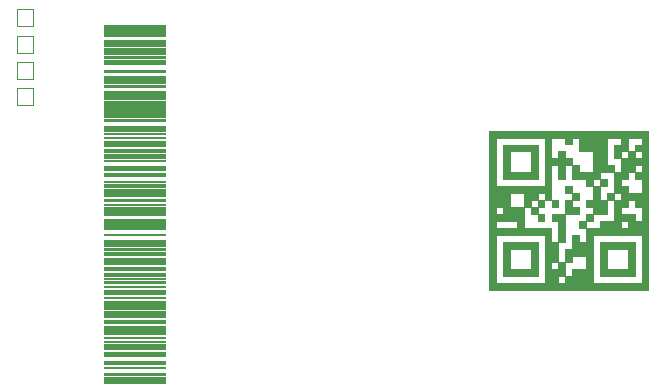
<source format=gbr>
G04 #@! TF.GenerationSoftware,KiCad,Pcbnew,5.1.10-88a1d61d58~88~ubuntu20.04.1*
G04 #@! TF.CreationDate,2021-05-27T22:44:10+02:00*
G04 #@! TF.ProjectId,PSLab,50534c61-622e-46b6-9963-61645f706362,v6.1*
G04 #@! TF.SameCoordinates,Original*
G04 #@! TF.FileFunction,Legend,Bot*
G04 #@! TF.FilePolarity,Positive*
%FSLAX46Y46*%
G04 Gerber Fmt 4.6, Leading zero omitted, Abs format (unit mm)*
G04 Created by KiCad (PCBNEW 5.1.10-88a1d61d58~88~ubuntu20.04.1) date 2021-05-27 22:44:10*
%MOMM*%
%LPD*%
G01*
G04 APERTURE LIST*
%ADD10C,0.120000*%
%ADD11C,0.010000*%
G04 APERTURE END LIST*
D10*
X97750000Y-75300000D02*
X97750000Y-76700000D01*
X99150000Y-75300000D02*
X97750000Y-75300000D01*
X99150000Y-76700000D02*
X99150000Y-75300000D01*
X97750000Y-76700000D02*
X99150000Y-76700000D01*
X97740000Y-77520000D02*
X97740000Y-78920000D01*
X99140000Y-77520000D02*
X97740000Y-77520000D01*
X99140000Y-78920000D02*
X99140000Y-77520000D01*
X97740000Y-78920000D02*
X99140000Y-78920000D01*
X97752600Y-70826200D02*
X97752600Y-72226200D01*
X99152600Y-70826200D02*
X97752600Y-70826200D01*
X99152600Y-72226200D02*
X99152600Y-70826200D01*
X97752600Y-72226200D02*
X99152600Y-72226200D01*
X97750000Y-73080000D02*
X97750000Y-74480000D01*
X99150000Y-73080000D02*
X97750000Y-73080000D01*
X99150000Y-74480000D02*
X99150000Y-73080000D01*
X97750000Y-74480000D02*
X99150000Y-74480000D01*
D11*
G36*
X150080529Y-90494588D02*
G01*
X147144588Y-90494588D01*
X147144588Y-92847824D01*
X147727294Y-92847824D01*
X147727294Y-91967539D01*
X147727335Y-91854080D01*
X147727456Y-91744790D01*
X147727651Y-91640595D01*
X147727915Y-91542426D01*
X147728243Y-91451210D01*
X147728630Y-91367875D01*
X147729069Y-91293350D01*
X147729557Y-91228563D01*
X147730087Y-91174443D01*
X147730656Y-91131918D01*
X147731256Y-91101916D01*
X147731884Y-91085365D01*
X147732274Y-91082275D01*
X147740242Y-91081633D01*
X147762223Y-91081015D01*
X147797288Y-91080427D01*
X147844509Y-91079873D01*
X147902958Y-91079359D01*
X147971707Y-91078889D01*
X148049826Y-91078470D01*
X148136389Y-91078106D01*
X148230466Y-91077803D01*
X148331128Y-91077566D01*
X148437449Y-91077400D01*
X148548499Y-91077309D01*
X148617539Y-91077294D01*
X149497823Y-91077294D01*
X149497823Y-92847824D01*
X147727294Y-92847824D01*
X147144588Y-92847824D01*
X147144588Y-93430529D01*
X150080529Y-93430529D01*
X150080529Y-90494588D01*
G37*
X150080529Y-90494588D02*
X147144588Y-90494588D01*
X147144588Y-92847824D01*
X147727294Y-92847824D01*
X147727294Y-91967539D01*
X147727335Y-91854080D01*
X147727456Y-91744790D01*
X147727651Y-91640595D01*
X147727915Y-91542426D01*
X147728243Y-91451210D01*
X147728630Y-91367875D01*
X147729069Y-91293350D01*
X147729557Y-91228563D01*
X147730087Y-91174443D01*
X147730656Y-91131918D01*
X147731256Y-91101916D01*
X147731884Y-91085365D01*
X147732274Y-91082275D01*
X147740242Y-91081633D01*
X147762223Y-91081015D01*
X147797288Y-91080427D01*
X147844509Y-91079873D01*
X147902958Y-91079359D01*
X147971707Y-91078889D01*
X148049826Y-91078470D01*
X148136389Y-91078106D01*
X148230466Y-91077803D01*
X148331128Y-91077566D01*
X148437449Y-91077400D01*
X148548499Y-91077309D01*
X148617539Y-91077294D01*
X149497823Y-91077294D01*
X149497823Y-92847824D01*
X147727294Y-92847824D01*
X147144588Y-92847824D01*
X147144588Y-93430529D01*
X150080529Y-93430529D01*
X150080529Y-90494588D01*
G36*
X141855412Y-90494588D02*
G01*
X138919471Y-90494588D01*
X138919471Y-92847824D01*
X139502176Y-92847824D01*
X139502176Y-91077233D01*
X140385573Y-91079131D01*
X141268971Y-91081029D01*
X141270869Y-91964427D01*
X141272767Y-92847824D01*
X139502176Y-92847824D01*
X138919471Y-92847824D01*
X138919471Y-93430529D01*
X141855412Y-93430529D01*
X141855412Y-90494588D01*
G37*
X141855412Y-90494588D02*
X138919471Y-90494588D01*
X138919471Y-92847824D01*
X139502176Y-92847824D01*
X139502176Y-91077233D01*
X140385573Y-91079131D01*
X141268971Y-91081029D01*
X141270869Y-91964427D01*
X141272767Y-92847824D01*
X139502176Y-92847824D01*
X138919471Y-92847824D01*
X138919471Y-93430529D01*
X141855412Y-93430529D01*
X141855412Y-90494588D01*
G36*
X145964235Y-88731529D02*
G01*
X145381529Y-88731529D01*
X145381529Y-89314235D01*
X145964235Y-89314235D01*
X145964235Y-88731529D01*
G37*
X145964235Y-88731529D02*
X145381529Y-88731529D01*
X145381529Y-89314235D01*
X145964235Y-89314235D01*
X145964235Y-88731529D01*
G36*
X146554412Y-88148824D02*
G01*
X145971706Y-88148824D01*
X145971706Y-88731529D01*
X146554412Y-88731529D01*
X146554412Y-88148824D01*
G37*
X146554412Y-88148824D02*
X145971706Y-88148824D01*
X145971706Y-88731529D01*
X146554412Y-88731529D01*
X146554412Y-88148824D01*
G36*
X144201176Y-88148824D02*
G01*
X143035765Y-88148824D01*
X143035765Y-88731529D01*
X143618471Y-88731529D01*
X143618471Y-90494588D01*
X144201176Y-90494588D01*
X144201176Y-88148824D01*
G37*
X144201176Y-88148824D02*
X143035765Y-88148824D01*
X143035765Y-88731529D01*
X143618471Y-88731529D01*
X143618471Y-90494588D01*
X144201176Y-90494588D01*
X144201176Y-88148824D01*
G36*
X142438118Y-88148824D02*
G01*
X141855412Y-88148824D01*
X141855412Y-88731529D01*
X142438118Y-88731529D01*
X142438118Y-88148824D01*
G37*
X142438118Y-88148824D02*
X141855412Y-88148824D01*
X141855412Y-88731529D01*
X142438118Y-88731529D01*
X142438118Y-88148824D01*
G36*
X141855412Y-87558647D02*
G01*
X141272706Y-87558647D01*
X141272706Y-88141353D01*
X141855412Y-88141353D01*
X141855412Y-87558647D01*
G37*
X141855412Y-87558647D02*
X141272706Y-87558647D01*
X141272706Y-88141353D01*
X141855412Y-88141353D01*
X141855412Y-87558647D01*
G36*
X145381529Y-87558647D02*
G01*
X144791353Y-87558647D01*
X144791353Y-86968471D01*
X144208647Y-86968471D01*
X144208647Y-88141353D01*
X145381529Y-88141353D01*
X145381529Y-87558647D01*
G37*
X145381529Y-87558647D02*
X144791353Y-87558647D01*
X144791353Y-86968471D01*
X144208647Y-86968471D01*
X144208647Y-88141353D01*
X145381529Y-88141353D01*
X145381529Y-87558647D01*
G36*
X143618471Y-86968471D02*
G01*
X143035765Y-86968471D01*
X143035765Y-87551177D01*
X143618471Y-87551177D01*
X143618471Y-86968471D01*
G37*
X143618471Y-86968471D02*
X143035765Y-86968471D01*
X143035765Y-87551177D01*
X143618471Y-87551177D01*
X143618471Y-86968471D01*
G36*
X142438118Y-86968471D02*
G01*
X141855412Y-86968471D01*
X141855412Y-87551177D01*
X142438118Y-87551177D01*
X142438118Y-86968471D01*
G37*
X142438118Y-86968471D02*
X141855412Y-86968471D01*
X141855412Y-87551177D01*
X142438118Y-87551177D01*
X142438118Y-86968471D01*
G36*
X148317471Y-86385765D02*
G01*
X147734765Y-86385765D01*
X147734765Y-86968471D01*
X148317471Y-86968471D01*
X148317471Y-86385765D01*
G37*
X148317471Y-86385765D02*
X147734765Y-86385765D01*
X147734765Y-86968471D01*
X148317471Y-86968471D01*
X148317471Y-86385765D01*
G36*
X145381529Y-86385765D02*
G01*
X144798823Y-86385765D01*
X144798823Y-86968471D01*
X145381529Y-86968471D01*
X145381529Y-86385765D01*
G37*
X145381529Y-86385765D02*
X144798823Y-86385765D01*
X144798823Y-86968471D01*
X145381529Y-86968471D01*
X145381529Y-86385765D01*
G36*
X147727294Y-86968471D02*
G01*
X147144588Y-86968471D01*
X147144588Y-85795588D01*
X146561882Y-85795588D01*
X146561882Y-86968471D01*
X145971706Y-86968471D01*
X145971706Y-87551003D01*
X146264926Y-87552957D01*
X146558147Y-87554912D01*
X146560101Y-87848132D01*
X146562056Y-88141353D01*
X147727294Y-88141353D01*
X147727294Y-86968471D01*
G37*
X147727294Y-86968471D02*
X147144588Y-86968471D01*
X147144588Y-85795588D01*
X146561882Y-85795588D01*
X146561882Y-86968471D01*
X145971706Y-86968471D01*
X145971706Y-87551003D01*
X146264926Y-87552957D01*
X146558147Y-87554912D01*
X146560101Y-87848132D01*
X146562056Y-88141353D01*
X147727294Y-88141353D01*
X147727294Y-86968471D01*
G36*
X144791353Y-85795588D02*
G01*
X144208647Y-85795588D01*
X144208647Y-86378294D01*
X144791353Y-86378294D01*
X144791353Y-85795588D01*
G37*
X144791353Y-85795588D02*
X144208647Y-85795588D01*
X144208647Y-86378294D01*
X144791353Y-86378294D01*
X144791353Y-85795588D01*
G36*
X147727294Y-85205412D02*
G01*
X147144588Y-85205412D01*
X147144588Y-85788118D01*
X147727294Y-85788118D01*
X147727294Y-85205412D01*
G37*
X147727294Y-85205412D02*
X147144588Y-85205412D01*
X147144588Y-85788118D01*
X147727294Y-85788118D01*
X147727294Y-85205412D01*
G36*
X141855412Y-82269471D02*
G01*
X138919471Y-82269471D01*
X138919471Y-82852177D01*
X139502176Y-82852177D01*
X141272767Y-82852177D01*
X141268971Y-84618971D01*
X140385573Y-84620869D01*
X139502176Y-84622767D01*
X139502176Y-82852177D01*
X138919471Y-82852177D01*
X138919471Y-85205412D01*
X141855412Y-85205412D01*
X141855412Y-82269471D01*
G37*
X141855412Y-82269471D02*
X138919471Y-82269471D01*
X138919471Y-82852177D01*
X139502176Y-82852177D01*
X141272767Y-82852177D01*
X141268971Y-84618971D01*
X140385573Y-84620869D01*
X139502176Y-84622767D01*
X139502176Y-82852177D01*
X138919471Y-82852177D01*
X138919471Y-85205412D01*
X141855412Y-85205412D01*
X141855412Y-82269471D01*
G36*
X151223529Y-81126471D02*
G01*
X137776471Y-81126471D01*
X137776471Y-85795588D01*
X138329294Y-85795588D01*
X138329294Y-81679294D01*
X142445588Y-81679294D01*
X142445588Y-85795588D01*
X138329294Y-85795588D01*
X137776471Y-85795588D01*
X137776471Y-88148824D01*
X138329294Y-88148824D01*
X138329294Y-87551177D01*
X138919471Y-87551177D01*
X138919471Y-87558647D01*
X139502176Y-87558647D01*
X139502176Y-86378294D01*
X140682529Y-86378294D01*
X140682529Y-87551177D01*
X141265235Y-87551177D01*
X141265235Y-86968471D01*
X141855412Y-86968471D01*
X141855412Y-86378294D01*
X142445588Y-86378294D01*
X142445588Y-86968471D01*
X143028294Y-86968471D01*
X143028294Y-84025059D01*
X143618471Y-84025059D01*
X143618471Y-85205412D01*
X144201086Y-85205412D01*
X144204912Y-84028794D01*
X144498132Y-84026840D01*
X144791353Y-84024885D01*
X144791353Y-83442353D01*
X144201176Y-83442353D01*
X144201176Y-82859647D01*
X143618471Y-82859647D01*
X143618471Y-83442353D01*
X143028294Y-83442353D01*
X143028294Y-81679294D01*
X144208647Y-81679294D01*
X144208647Y-82262000D01*
X144791353Y-82262000D01*
X144791353Y-81679294D01*
X145381529Y-81679294D01*
X145381529Y-82852177D01*
X146561943Y-82852177D01*
X146558147Y-84618971D01*
X145969838Y-84620884D01*
X145381529Y-84622796D01*
X145381529Y-84032529D01*
X144798823Y-84032529D01*
X144798823Y-85205412D01*
X145971706Y-85205412D01*
X145971706Y-85788118D01*
X146554412Y-85788118D01*
X146554412Y-85205412D01*
X147144588Y-85205412D01*
X147144588Y-84615235D01*
X148317471Y-84615235D01*
X148317471Y-84032529D01*
X147727294Y-84032529D01*
X147727294Y-81679294D01*
X148907647Y-81679294D01*
X148907647Y-82269471D01*
X148324941Y-82269471D01*
X148324941Y-83442353D01*
X148907647Y-83442353D01*
X148907647Y-82852177D01*
X149490353Y-82852177D01*
X149490353Y-81679294D01*
X150670706Y-81679294D01*
X150670706Y-82269471D01*
X150088000Y-82269471D01*
X150088000Y-82852177D01*
X150670706Y-82852177D01*
X150670706Y-83442353D01*
X150080529Y-83442353D01*
X150080529Y-82859647D01*
X149497823Y-82859647D01*
X149497823Y-83442353D01*
X148907647Y-83442353D01*
X148907647Y-84622706D01*
X148324941Y-84622706D01*
X148324941Y-85795588D01*
X148907647Y-85795588D01*
X148907647Y-85205412D01*
X149490353Y-85205412D01*
X149490353Y-84615235D01*
X150080529Y-84615235D01*
X150080529Y-84025059D01*
X150670706Y-84025059D01*
X150670706Y-84622706D01*
X150088000Y-84622706D01*
X150088000Y-85205412D01*
X150670706Y-85205412D01*
X150670706Y-86385855D01*
X149494088Y-86382029D01*
X149492134Y-86088809D01*
X149490179Y-85795588D01*
X148907647Y-85795588D01*
X148324941Y-85795588D01*
X148324941Y-86378294D01*
X148907647Y-86378294D01*
X148907647Y-86968471D01*
X148324941Y-86968471D01*
X148324941Y-88148824D01*
X148907647Y-88148824D01*
X148907647Y-87551177D01*
X149490353Y-87551177D01*
X149490353Y-86968471D01*
X150088000Y-86968471D01*
X150088000Y-87551177D01*
X150670706Y-87551177D01*
X150670706Y-88731529D01*
X150080529Y-88731529D01*
X150080529Y-88148824D01*
X148907647Y-88148824D01*
X148324941Y-88148824D01*
X148324941Y-88731529D01*
X147144588Y-88731529D01*
X147144588Y-89321706D01*
X148907647Y-89321706D01*
X148907647Y-88731529D01*
X149497823Y-88731529D01*
X149497823Y-89321706D01*
X148907647Y-89321706D01*
X147144588Y-89321706D01*
X145971706Y-89321706D01*
X145971706Y-90494588D01*
X145381529Y-90494588D01*
X145381529Y-89911882D01*
X144798823Y-89911882D01*
X144798823Y-91084765D01*
X144208647Y-91084765D01*
X144208647Y-92257647D01*
X144791353Y-92257647D01*
X144791353Y-91667471D01*
X145971706Y-91667471D01*
X145971706Y-92847824D01*
X144798997Y-92847824D01*
X144797043Y-93141044D01*
X144795088Y-93434265D01*
X144501868Y-93436219D01*
X144208647Y-93438174D01*
X144208647Y-94020706D01*
X146554412Y-94020706D01*
X146554412Y-89904412D01*
X150670706Y-89904412D01*
X150670706Y-94020706D01*
X146554412Y-94020706D01*
X144208647Y-94020706D01*
X143618471Y-94020706D01*
X143618471Y-93430529D01*
X144201176Y-93430529D01*
X144201176Y-92257647D01*
X143618471Y-92257647D01*
X143618471Y-90494588D01*
X143028294Y-90494588D01*
X143028294Y-89321706D01*
X140675059Y-89321706D01*
X140675059Y-87558647D01*
X139502176Y-87558647D01*
X138919471Y-87558647D01*
X138919471Y-88148824D01*
X138329294Y-88148824D01*
X137776471Y-88148824D01*
X137776471Y-89321706D01*
X138329294Y-89321706D01*
X138329294Y-88731529D01*
X140092353Y-88731529D01*
X140092353Y-89321706D01*
X138329294Y-89321706D01*
X137776471Y-89321706D01*
X137776471Y-94020706D01*
X138329294Y-94020706D01*
X138329294Y-89904412D01*
X142445588Y-89904412D01*
X142445588Y-92847824D01*
X143028294Y-92847824D01*
X143028294Y-92257647D01*
X143618471Y-92257647D01*
X143618471Y-92847824D01*
X143028294Y-92847824D01*
X142445588Y-92847824D01*
X142445588Y-94020706D01*
X138329294Y-94020706D01*
X137776471Y-94020706D01*
X137776471Y-94573529D01*
X151223529Y-94573529D01*
X151223529Y-81126471D01*
G37*
X151223529Y-81126471D02*
X137776471Y-81126471D01*
X137776471Y-85795588D01*
X138329294Y-85795588D01*
X138329294Y-81679294D01*
X142445588Y-81679294D01*
X142445588Y-85795588D01*
X138329294Y-85795588D01*
X137776471Y-85795588D01*
X137776471Y-88148824D01*
X138329294Y-88148824D01*
X138329294Y-87551177D01*
X138919471Y-87551177D01*
X138919471Y-87558647D01*
X139502176Y-87558647D01*
X139502176Y-86378294D01*
X140682529Y-86378294D01*
X140682529Y-87551177D01*
X141265235Y-87551177D01*
X141265235Y-86968471D01*
X141855412Y-86968471D01*
X141855412Y-86378294D01*
X142445588Y-86378294D01*
X142445588Y-86968471D01*
X143028294Y-86968471D01*
X143028294Y-84025059D01*
X143618471Y-84025059D01*
X143618471Y-85205412D01*
X144201086Y-85205412D01*
X144204912Y-84028794D01*
X144498132Y-84026840D01*
X144791353Y-84024885D01*
X144791353Y-83442353D01*
X144201176Y-83442353D01*
X144201176Y-82859647D01*
X143618471Y-82859647D01*
X143618471Y-83442353D01*
X143028294Y-83442353D01*
X143028294Y-81679294D01*
X144208647Y-81679294D01*
X144208647Y-82262000D01*
X144791353Y-82262000D01*
X144791353Y-81679294D01*
X145381529Y-81679294D01*
X145381529Y-82852177D01*
X146561943Y-82852177D01*
X146558147Y-84618971D01*
X145969838Y-84620884D01*
X145381529Y-84622796D01*
X145381529Y-84032529D01*
X144798823Y-84032529D01*
X144798823Y-85205412D01*
X145971706Y-85205412D01*
X145971706Y-85788118D01*
X146554412Y-85788118D01*
X146554412Y-85205412D01*
X147144588Y-85205412D01*
X147144588Y-84615235D01*
X148317471Y-84615235D01*
X148317471Y-84032529D01*
X147727294Y-84032529D01*
X147727294Y-81679294D01*
X148907647Y-81679294D01*
X148907647Y-82269471D01*
X148324941Y-82269471D01*
X148324941Y-83442353D01*
X148907647Y-83442353D01*
X148907647Y-82852177D01*
X149490353Y-82852177D01*
X149490353Y-81679294D01*
X150670706Y-81679294D01*
X150670706Y-82269471D01*
X150088000Y-82269471D01*
X150088000Y-82852177D01*
X150670706Y-82852177D01*
X150670706Y-83442353D01*
X150080529Y-83442353D01*
X150080529Y-82859647D01*
X149497823Y-82859647D01*
X149497823Y-83442353D01*
X148907647Y-83442353D01*
X148907647Y-84622706D01*
X148324941Y-84622706D01*
X148324941Y-85795588D01*
X148907647Y-85795588D01*
X148907647Y-85205412D01*
X149490353Y-85205412D01*
X149490353Y-84615235D01*
X150080529Y-84615235D01*
X150080529Y-84025059D01*
X150670706Y-84025059D01*
X150670706Y-84622706D01*
X150088000Y-84622706D01*
X150088000Y-85205412D01*
X150670706Y-85205412D01*
X150670706Y-86385855D01*
X149494088Y-86382029D01*
X149492134Y-86088809D01*
X149490179Y-85795588D01*
X148907647Y-85795588D01*
X148324941Y-85795588D01*
X148324941Y-86378294D01*
X148907647Y-86378294D01*
X148907647Y-86968471D01*
X148324941Y-86968471D01*
X148324941Y-88148824D01*
X148907647Y-88148824D01*
X148907647Y-87551177D01*
X149490353Y-87551177D01*
X149490353Y-86968471D01*
X150088000Y-86968471D01*
X150088000Y-87551177D01*
X150670706Y-87551177D01*
X150670706Y-88731529D01*
X150080529Y-88731529D01*
X150080529Y-88148824D01*
X148907647Y-88148824D01*
X148324941Y-88148824D01*
X148324941Y-88731529D01*
X147144588Y-88731529D01*
X147144588Y-89321706D01*
X148907647Y-89321706D01*
X148907647Y-88731529D01*
X149497823Y-88731529D01*
X149497823Y-89321706D01*
X148907647Y-89321706D01*
X147144588Y-89321706D01*
X145971706Y-89321706D01*
X145971706Y-90494588D01*
X145381529Y-90494588D01*
X145381529Y-89911882D01*
X144798823Y-89911882D01*
X144798823Y-91084765D01*
X144208647Y-91084765D01*
X144208647Y-92257647D01*
X144791353Y-92257647D01*
X144791353Y-91667471D01*
X145971706Y-91667471D01*
X145971706Y-92847824D01*
X144798997Y-92847824D01*
X144797043Y-93141044D01*
X144795088Y-93434265D01*
X144501868Y-93436219D01*
X144208647Y-93438174D01*
X144208647Y-94020706D01*
X146554412Y-94020706D01*
X146554412Y-89904412D01*
X150670706Y-89904412D01*
X150670706Y-94020706D01*
X146554412Y-94020706D01*
X144208647Y-94020706D01*
X143618471Y-94020706D01*
X143618471Y-93430529D01*
X144201176Y-93430529D01*
X144201176Y-92257647D01*
X143618471Y-92257647D01*
X143618471Y-90494588D01*
X143028294Y-90494588D01*
X143028294Y-89321706D01*
X140675059Y-89321706D01*
X140675059Y-87558647D01*
X139502176Y-87558647D01*
X138919471Y-87558647D01*
X138919471Y-88148824D01*
X138329294Y-88148824D01*
X137776471Y-88148824D01*
X137776471Y-89321706D01*
X138329294Y-89321706D01*
X138329294Y-88731529D01*
X140092353Y-88731529D01*
X140092353Y-89321706D01*
X138329294Y-89321706D01*
X137776471Y-89321706D01*
X137776471Y-94020706D01*
X138329294Y-94020706D01*
X138329294Y-89904412D01*
X142445588Y-89904412D01*
X142445588Y-92847824D01*
X143028294Y-92847824D01*
X143028294Y-92257647D01*
X143618471Y-92257647D01*
X143618471Y-92847824D01*
X143028294Y-92847824D01*
X142445588Y-92847824D01*
X142445588Y-94020706D01*
X138329294Y-94020706D01*
X137776471Y-94020706D01*
X137776471Y-94573529D01*
X151223529Y-94573529D01*
X151223529Y-81126471D01*
G36*
X105144245Y-72182233D02*
G01*
X105144245Y-72408011D01*
X110308911Y-72408011D01*
X110308911Y-72182233D01*
X105144245Y-72182233D01*
G37*
X105144245Y-72182233D02*
X105144245Y-72408011D01*
X110308911Y-72408011D01*
X110308911Y-72182233D01*
X105144245Y-72182233D01*
G36*
X105144245Y-72526544D02*
G01*
X105144245Y-72633789D01*
X110308911Y-72633789D01*
X110308911Y-72526544D01*
X105144245Y-72526544D01*
G37*
X105144245Y-72526544D02*
X105144245Y-72633789D01*
X110308911Y-72633789D01*
X110308911Y-72526544D01*
X105144245Y-72526544D01*
G36*
X105144245Y-72752322D02*
G01*
X105144245Y-73090989D01*
X110308911Y-73090989D01*
X110308911Y-72752322D01*
X105144245Y-72752322D01*
G37*
X105144245Y-72752322D02*
X105144245Y-73090989D01*
X110308911Y-73090989D01*
X110308911Y-72752322D01*
X105144245Y-72752322D01*
G36*
X105144245Y-73435300D02*
G01*
X105144245Y-73661078D01*
X110308911Y-73661078D01*
X110308911Y-73435300D01*
X105144245Y-73435300D01*
G37*
X105144245Y-73435300D02*
X105144245Y-73661078D01*
X110308911Y-73661078D01*
X110308911Y-73435300D01*
X105144245Y-73435300D01*
G36*
X105144245Y-73773966D02*
G01*
X105144245Y-73886855D01*
X110308911Y-73886855D01*
X110308911Y-73773966D01*
X105144245Y-73773966D01*
G37*
X105144245Y-73773966D02*
X105144245Y-73886855D01*
X110308911Y-73886855D01*
X110308911Y-73773966D01*
X105144245Y-73773966D01*
G36*
X105144245Y-74118278D02*
G01*
X105144245Y-74569833D01*
X110308911Y-74569833D01*
X110308911Y-74118278D01*
X105144245Y-74118278D01*
G37*
X105144245Y-74118278D02*
X105144245Y-74569833D01*
X110308911Y-74569833D01*
X110308911Y-74118278D01*
X105144245Y-74118278D01*
G36*
X105144245Y-74801255D02*
G01*
X105144245Y-74908500D01*
X110308911Y-74908500D01*
X110308911Y-74801255D01*
X105144245Y-74801255D01*
G37*
X105144245Y-74801255D02*
X105144245Y-74908500D01*
X110308911Y-74908500D01*
X110308911Y-74801255D01*
X105144245Y-74801255D01*
G36*
X105144245Y-75139922D02*
G01*
X105144245Y-75252811D01*
X110308911Y-75252811D01*
X110308911Y-75139922D01*
X105144245Y-75139922D01*
G37*
X105144245Y-75139922D02*
X105144245Y-75252811D01*
X110308911Y-75252811D01*
X110308911Y-75139922D01*
X105144245Y-75139922D01*
G36*
X105144245Y-75365700D02*
G01*
X105144245Y-75478589D01*
X110308911Y-75478589D01*
X110308911Y-75365700D01*
X105144245Y-75365700D01*
G37*
X105144245Y-75365700D02*
X105144245Y-75478589D01*
X110308911Y-75478589D01*
X110308911Y-75365700D01*
X105144245Y-75365700D01*
G36*
X105144245Y-75935789D02*
G01*
X105144245Y-76161566D01*
X110308911Y-76161566D01*
X110308911Y-75935789D01*
X105144245Y-75935789D01*
G37*
X105144245Y-75935789D02*
X105144245Y-76161566D01*
X110308911Y-76161566D01*
X110308911Y-75935789D01*
X105144245Y-75935789D01*
G36*
X105144245Y-76505878D02*
G01*
X105144245Y-76613122D01*
X110308911Y-76613122D01*
X110308911Y-76505878D01*
X105144245Y-76505878D01*
G37*
X105144245Y-76505878D02*
X105144245Y-76613122D01*
X110308911Y-76613122D01*
X110308911Y-76505878D01*
X105144245Y-76505878D01*
G36*
X105144245Y-76731655D02*
G01*
X105144245Y-77070322D01*
X110308911Y-77070322D01*
X110308911Y-76731655D01*
X105144245Y-76731655D01*
G37*
X105144245Y-76731655D02*
X105144245Y-77070322D01*
X110308911Y-77070322D01*
X110308911Y-76731655D01*
X105144245Y-76731655D01*
G36*
X105144245Y-77188855D02*
G01*
X105144245Y-77408989D01*
X110308911Y-77408989D01*
X110308911Y-77188855D01*
X105144245Y-77188855D01*
G37*
X105144245Y-77188855D02*
X105144245Y-77408989D01*
X110308911Y-77408989D01*
X110308911Y-77188855D01*
X105144245Y-77188855D01*
G36*
X105144245Y-77753300D02*
G01*
X105144245Y-77979078D01*
X110308911Y-77979078D01*
X110308911Y-77753300D01*
X105144245Y-77753300D01*
G37*
X105144245Y-77753300D02*
X105144245Y-77979078D01*
X110308911Y-77979078D01*
X110308911Y-77753300D01*
X105144245Y-77753300D01*
G36*
X105144245Y-78097611D02*
G01*
X105144245Y-78436278D01*
X110308911Y-78436278D01*
X110308911Y-78097611D01*
X105144245Y-78097611D01*
G37*
X105144245Y-78097611D02*
X105144245Y-78436278D01*
X110308911Y-78436278D01*
X110308911Y-78097611D01*
X105144245Y-78097611D01*
G36*
X105144245Y-78549166D02*
G01*
X105144245Y-78662055D01*
X110308911Y-78662055D01*
X110308911Y-78549166D01*
X105144245Y-78549166D01*
G37*
X105144245Y-78549166D02*
X105144245Y-78662055D01*
X110308911Y-78662055D01*
X110308911Y-78549166D01*
X105144245Y-78549166D01*
G36*
X105144245Y-78780589D02*
G01*
X105144245Y-78887833D01*
X110308911Y-78887833D01*
X110308911Y-78780589D01*
X105144245Y-78780589D01*
G37*
X105144245Y-78780589D02*
X105144245Y-78887833D01*
X110308911Y-78887833D01*
X110308911Y-78780589D01*
X105144245Y-78780589D01*
G36*
X105144245Y-79006366D02*
G01*
X105144245Y-79345033D01*
X110308911Y-79345033D01*
X110308911Y-79006366D01*
X105144245Y-79006366D01*
G37*
X105144245Y-79006366D02*
X105144245Y-79345033D01*
X110308911Y-79345033D01*
X110308911Y-79006366D01*
X105144245Y-79006366D01*
G36*
X105144245Y-79457922D02*
G01*
X105144245Y-79909478D01*
X110308911Y-79909478D01*
X110308911Y-79457922D01*
X105144245Y-79457922D01*
G37*
X105144245Y-79457922D02*
X105144245Y-79909478D01*
X110308911Y-79909478D01*
X110308911Y-79457922D01*
X105144245Y-79457922D01*
G36*
X105144245Y-80140900D02*
G01*
X105144245Y-80253789D01*
X110308911Y-80253789D01*
X110308911Y-80140900D01*
X105144245Y-80140900D01*
G37*
X105144245Y-80140900D02*
X105144245Y-80253789D01*
X110308911Y-80253789D01*
X110308911Y-80140900D01*
X105144245Y-80140900D01*
G36*
X105144245Y-80710989D02*
G01*
X105144245Y-80936766D01*
X110308911Y-80936766D01*
X110308911Y-80710989D01*
X105144245Y-80710989D01*
G37*
X105144245Y-80710989D02*
X105144245Y-80936766D01*
X110308911Y-80936766D01*
X110308911Y-80710989D01*
X105144245Y-80710989D01*
G36*
X105144245Y-81049655D02*
G01*
X105144245Y-81162544D01*
X110308911Y-81162544D01*
X110308911Y-81049655D01*
X105144245Y-81049655D01*
G37*
X105144245Y-81049655D02*
X105144245Y-81162544D01*
X110308911Y-81162544D01*
X110308911Y-81049655D01*
X105144245Y-81049655D01*
G36*
X105144245Y-81281078D02*
G01*
X105144245Y-81388322D01*
X110308911Y-81388322D01*
X110308911Y-81281078D01*
X105144245Y-81281078D01*
G37*
X105144245Y-81281078D02*
X105144245Y-81388322D01*
X110308911Y-81388322D01*
X110308911Y-81281078D01*
X105144245Y-81281078D01*
G36*
X105144245Y-81619744D02*
G01*
X105144245Y-81732633D01*
X110308911Y-81732633D01*
X110308911Y-81619744D01*
X105144245Y-81619744D01*
G37*
X105144245Y-81619744D02*
X105144245Y-81732633D01*
X110308911Y-81732633D01*
X110308911Y-81619744D01*
X105144245Y-81619744D01*
G36*
X105144245Y-81964055D02*
G01*
X105144245Y-82415611D01*
X110308911Y-82415611D01*
X110308911Y-81964055D01*
X105144245Y-81964055D01*
G37*
X105144245Y-81964055D02*
X105144245Y-82415611D01*
X110308911Y-82415611D01*
X110308911Y-81964055D01*
X105144245Y-81964055D01*
G36*
X105144245Y-82641389D02*
G01*
X105144245Y-82867166D01*
X110308911Y-82867166D01*
X110308911Y-82641389D01*
X105144245Y-82641389D01*
G37*
X105144245Y-82641389D02*
X105144245Y-82867166D01*
X110308911Y-82867166D01*
X110308911Y-82641389D01*
X105144245Y-82641389D01*
G36*
X105144245Y-83098589D02*
G01*
X105144245Y-83437255D01*
X110308911Y-83437255D01*
X110308911Y-83098589D01*
X105144245Y-83098589D01*
G37*
X105144245Y-83098589D02*
X105144245Y-83437255D01*
X110308911Y-83437255D01*
X110308911Y-83098589D01*
X105144245Y-83098589D01*
G36*
X105144245Y-83555789D02*
G01*
X105144245Y-83663033D01*
X110308911Y-83663033D01*
X110308911Y-83555789D01*
X105144245Y-83555789D01*
G37*
X105144245Y-83555789D02*
X105144245Y-83663033D01*
X110308911Y-83663033D01*
X110308911Y-83555789D01*
X105144245Y-83555789D01*
G36*
X105144245Y-84120233D02*
G01*
X105144245Y-84233122D01*
X110308911Y-84233122D01*
X110308911Y-84120233D01*
X105144245Y-84120233D01*
G37*
X105144245Y-84120233D02*
X105144245Y-84233122D01*
X110308911Y-84233122D01*
X110308911Y-84120233D01*
X105144245Y-84120233D01*
G36*
X105144245Y-84351655D02*
G01*
X105144245Y-84458900D01*
X110308911Y-84458900D01*
X110308911Y-84351655D01*
X105144245Y-84351655D01*
G37*
X105144245Y-84351655D02*
X105144245Y-84458900D01*
X110308911Y-84458900D01*
X110308911Y-84351655D01*
X105144245Y-84351655D01*
G36*
X105144245Y-84690322D02*
G01*
X105144245Y-84916100D01*
X110308911Y-84916100D01*
X110308911Y-84690322D01*
X105144245Y-84690322D01*
G37*
X105144245Y-84690322D02*
X105144245Y-84916100D01*
X110308911Y-84916100D01*
X110308911Y-84690322D01*
X105144245Y-84690322D01*
G36*
X105144245Y-85373300D02*
G01*
X105144245Y-85480544D01*
X110308911Y-85480544D01*
X110308911Y-85373300D01*
X105144245Y-85373300D01*
G37*
X105144245Y-85373300D02*
X105144245Y-85480544D01*
X110308911Y-85480544D01*
X110308911Y-85373300D01*
X105144245Y-85373300D01*
G36*
X105144245Y-85599078D02*
G01*
X105144245Y-85824855D01*
X110308911Y-85824855D01*
X110308911Y-85599078D01*
X105144245Y-85599078D01*
G37*
X105144245Y-85599078D02*
X105144245Y-85824855D01*
X110308911Y-85824855D01*
X110308911Y-85599078D01*
X105144245Y-85599078D01*
G36*
X105144245Y-86056278D02*
G01*
X105144245Y-86163522D01*
X110308911Y-86163522D01*
X110308911Y-86056278D01*
X105144245Y-86056278D01*
G37*
X105144245Y-86056278D02*
X105144245Y-86163522D01*
X110308911Y-86163522D01*
X110308911Y-86056278D01*
X105144245Y-86056278D01*
G36*
X105144245Y-86282055D02*
G01*
X105144245Y-86620722D01*
X110308911Y-86620722D01*
X110308911Y-86282055D01*
X105144245Y-86282055D01*
G37*
X105144245Y-86282055D02*
X105144245Y-86620722D01*
X110308911Y-86620722D01*
X110308911Y-86282055D01*
X105144245Y-86282055D01*
G36*
X105144245Y-86852144D02*
G01*
X105144245Y-87072278D01*
X110308911Y-87072278D01*
X110308911Y-86852144D01*
X105144245Y-86852144D01*
G37*
X105144245Y-86852144D02*
X105144245Y-87072278D01*
X110308911Y-87072278D01*
X110308911Y-86852144D01*
X105144245Y-86852144D01*
G36*
X105144245Y-87303700D02*
G01*
X105144245Y-87416589D01*
X110308911Y-87416589D01*
X110308911Y-87303700D01*
X105144245Y-87303700D01*
G37*
X105144245Y-87303700D02*
X105144245Y-87416589D01*
X110308911Y-87416589D01*
X110308911Y-87303700D01*
X105144245Y-87303700D01*
G36*
X105144245Y-87535122D02*
G01*
X105144245Y-87642366D01*
X110308911Y-87642366D01*
X110308911Y-87535122D01*
X105144245Y-87535122D01*
G37*
X105144245Y-87535122D02*
X105144245Y-87642366D01*
X110308911Y-87642366D01*
X110308911Y-87535122D01*
X105144245Y-87535122D01*
G36*
X105144245Y-87760900D02*
G01*
X105144245Y-88212455D01*
X110308911Y-88212455D01*
X110308911Y-87760900D01*
X105144245Y-87760900D01*
G37*
X105144245Y-87760900D02*
X105144245Y-88212455D01*
X110308911Y-88212455D01*
X110308911Y-87760900D01*
X105144245Y-87760900D01*
G36*
X105144245Y-88556766D02*
G01*
X105144245Y-88664011D01*
X110308911Y-88664011D01*
X110308911Y-88556766D01*
X105144245Y-88556766D01*
G37*
X105144245Y-88556766D02*
X105144245Y-88664011D01*
X110308911Y-88664011D01*
X110308911Y-88556766D01*
X105144245Y-88556766D01*
G36*
X105144245Y-88782544D02*
G01*
X105144245Y-88895433D01*
X110308911Y-88895433D01*
X110308911Y-88782544D01*
X105144245Y-88782544D01*
G37*
X105144245Y-88782544D02*
X105144245Y-88895433D01*
X110308911Y-88895433D01*
X110308911Y-88782544D01*
X105144245Y-88782544D01*
G36*
X105144245Y-89008322D02*
G01*
X105144245Y-89459878D01*
X110308911Y-89459878D01*
X110308911Y-89008322D01*
X105144245Y-89008322D01*
G37*
X105144245Y-89008322D02*
X105144245Y-89459878D01*
X110308911Y-89459878D01*
X110308911Y-89008322D01*
X105144245Y-89008322D01*
G36*
X105144245Y-89804189D02*
G01*
X105144245Y-89917078D01*
X110308911Y-89917078D01*
X110308911Y-89804189D01*
X105144245Y-89804189D01*
G37*
X105144245Y-89804189D02*
X105144245Y-89917078D01*
X110308911Y-89917078D01*
X110308911Y-89804189D01*
X105144245Y-89804189D01*
G36*
X105144245Y-90374278D02*
G01*
X105144245Y-90487166D01*
X110308911Y-90487166D01*
X110308911Y-90374278D01*
X105144245Y-90374278D01*
G37*
X105144245Y-90374278D02*
X105144245Y-90487166D01*
X110308911Y-90487166D01*
X110308911Y-90374278D01*
X105144245Y-90374278D01*
G36*
X105144245Y-90600055D02*
G01*
X105144245Y-90825833D01*
X110308911Y-90825833D01*
X110308911Y-90600055D01*
X105144245Y-90600055D01*
G37*
X105144245Y-90600055D02*
X105144245Y-90825833D01*
X110308911Y-90825833D01*
X110308911Y-90600055D01*
X105144245Y-90600055D01*
G36*
X105144245Y-91057255D02*
G01*
X105144245Y-91170144D01*
X110308911Y-91170144D01*
X110308911Y-91057255D01*
X105144245Y-91057255D01*
G37*
X105144245Y-91057255D02*
X105144245Y-91170144D01*
X110308911Y-91170144D01*
X110308911Y-91057255D01*
X105144245Y-91057255D01*
G36*
X105144245Y-91395922D02*
G01*
X105144245Y-91621700D01*
X110308911Y-91621700D01*
X110308911Y-91395922D01*
X105144245Y-91395922D01*
G37*
X105144245Y-91395922D02*
X105144245Y-91621700D01*
X110308911Y-91621700D01*
X110308911Y-91395922D01*
X105144245Y-91395922D01*
G36*
X105144245Y-91853122D02*
G01*
X105144245Y-92191789D01*
X110308911Y-92191789D01*
X110308911Y-91853122D01*
X105144245Y-91853122D01*
G37*
X105144245Y-91853122D02*
X105144245Y-92191789D01*
X110308911Y-92191789D01*
X110308911Y-91853122D01*
X105144245Y-91853122D01*
G36*
X105144245Y-92310322D02*
G01*
X105144245Y-92417566D01*
X110308911Y-92417566D01*
X110308911Y-92310322D01*
X105144245Y-92310322D01*
G37*
X105144245Y-92310322D02*
X105144245Y-92417566D01*
X110308911Y-92417566D01*
X110308911Y-92310322D01*
X105144245Y-92310322D01*
G36*
X105144245Y-92648989D02*
G01*
X105144245Y-92874766D01*
X110308911Y-92874766D01*
X110308911Y-92648989D01*
X105144245Y-92648989D01*
G37*
X105144245Y-92648989D02*
X105144245Y-92874766D01*
X110308911Y-92874766D01*
X110308911Y-92648989D01*
X105144245Y-92648989D01*
G36*
X105144245Y-93106189D02*
G01*
X105144245Y-93439211D01*
X110308911Y-93439211D01*
X110308911Y-93106189D01*
X105144245Y-93106189D01*
G37*
X105144245Y-93106189D02*
X105144245Y-93439211D01*
X110308911Y-93439211D01*
X110308911Y-93106189D01*
X105144245Y-93106189D01*
G36*
X105144245Y-93557744D02*
G01*
X105144245Y-93670633D01*
X110308911Y-93670633D01*
X110308911Y-93557744D01*
X105144245Y-93557744D01*
G37*
X105144245Y-93557744D02*
X105144245Y-93670633D01*
X110308911Y-93670633D01*
X110308911Y-93557744D01*
X105144245Y-93557744D01*
G36*
X105144245Y-93783522D02*
G01*
X105144245Y-94009300D01*
X110308911Y-94009300D01*
X110308911Y-93783522D01*
X105144245Y-93783522D01*
G37*
X105144245Y-93783522D02*
X105144245Y-94009300D01*
X110308911Y-94009300D01*
X110308911Y-93783522D01*
X105144245Y-93783522D01*
G36*
X105144245Y-94240722D02*
G01*
X105144245Y-94353611D01*
X110308911Y-94353611D01*
X110308911Y-94240722D01*
X105144245Y-94240722D01*
G37*
X105144245Y-94240722D02*
X105144245Y-94353611D01*
X110308911Y-94353611D01*
X110308911Y-94240722D01*
X105144245Y-94240722D01*
G36*
X105144245Y-94579389D02*
G01*
X105144245Y-94918055D01*
X110308911Y-94918055D01*
X110308911Y-94579389D01*
X105144245Y-94579389D01*
G37*
X105144245Y-94579389D02*
X105144245Y-94918055D01*
X110308911Y-94918055D01*
X110308911Y-94579389D01*
X105144245Y-94579389D01*
G36*
X105144245Y-95149478D02*
G01*
X105144245Y-95262366D01*
X110308911Y-95262366D01*
X110308911Y-95149478D01*
X105144245Y-95149478D01*
G37*
X105144245Y-95149478D02*
X105144245Y-95262366D01*
X110308911Y-95262366D01*
X110308911Y-95149478D01*
X105144245Y-95149478D01*
G36*
X105144245Y-95493789D02*
G01*
X105144245Y-95945344D01*
X110308911Y-95945344D01*
X110308911Y-95493789D01*
X105144245Y-95493789D01*
G37*
X105144245Y-95493789D02*
X105144245Y-95945344D01*
X110308911Y-95945344D01*
X110308911Y-95493789D01*
X105144245Y-95493789D01*
G36*
X105144245Y-96058233D02*
G01*
X105144245Y-96171122D01*
X110308911Y-96171122D01*
X110308911Y-96058233D01*
X105144245Y-96058233D01*
G37*
X105144245Y-96058233D02*
X105144245Y-96171122D01*
X110308911Y-96171122D01*
X110308911Y-96058233D01*
X105144245Y-96058233D01*
G36*
X105144245Y-96402544D02*
G01*
X105144245Y-96854100D01*
X110308911Y-96854100D01*
X110308911Y-96402544D01*
X105144245Y-96402544D01*
G37*
X105144245Y-96402544D02*
X105144245Y-96854100D01*
X110308911Y-96854100D01*
X110308911Y-96402544D01*
X105144245Y-96402544D01*
G36*
X105144245Y-97085522D02*
G01*
X105144245Y-97192766D01*
X110308911Y-97192766D01*
X110308911Y-97085522D01*
X105144245Y-97085522D01*
G37*
X105144245Y-97085522D02*
X105144245Y-97192766D01*
X110308911Y-97192766D01*
X110308911Y-97085522D01*
X105144245Y-97085522D01*
G36*
X105144245Y-97311300D02*
G01*
X105144245Y-97418544D01*
X110308911Y-97418544D01*
X110308911Y-97311300D01*
X105144245Y-97311300D01*
G37*
X105144245Y-97311300D02*
X105144245Y-97418544D01*
X110308911Y-97418544D01*
X110308911Y-97311300D01*
X105144245Y-97311300D01*
G36*
X105144245Y-97649966D02*
G01*
X105144245Y-97762855D01*
X110308911Y-97762855D01*
X110308911Y-97649966D01*
X105144245Y-97649966D01*
G37*
X105144245Y-97649966D02*
X105144245Y-97762855D01*
X110308911Y-97762855D01*
X110308911Y-97649966D01*
X105144245Y-97649966D01*
G36*
X105144245Y-97881389D02*
G01*
X105144245Y-98332944D01*
X110308911Y-98332944D01*
X110308911Y-97881389D01*
X105144245Y-97881389D01*
G37*
X105144245Y-97881389D02*
X105144245Y-98332944D01*
X110308911Y-98332944D01*
X110308911Y-97881389D01*
X105144245Y-97881389D01*
G36*
X105144245Y-98558722D02*
G01*
X105144245Y-98671611D01*
X110308911Y-98671611D01*
X110308911Y-98558722D01*
X105144245Y-98558722D01*
G37*
X105144245Y-98558722D02*
X105144245Y-98671611D01*
X110308911Y-98671611D01*
X110308911Y-98558722D01*
X105144245Y-98558722D01*
G36*
X105144245Y-98903033D02*
G01*
X105144245Y-99010278D01*
X110308911Y-99010278D01*
X110308911Y-98903033D01*
X105144245Y-98903033D01*
G37*
X105144245Y-98903033D02*
X105144245Y-99010278D01*
X110308911Y-99010278D01*
X110308911Y-98903033D01*
X105144245Y-98903033D01*
G36*
X105144245Y-99128811D02*
G01*
X105144245Y-99580366D01*
X110308911Y-99580366D01*
X110308911Y-99128811D01*
X105144245Y-99128811D01*
G37*
X105144245Y-99128811D02*
X105144245Y-99580366D01*
X110308911Y-99580366D01*
X110308911Y-99128811D01*
X105144245Y-99128811D01*
G36*
X105144245Y-99811789D02*
G01*
X105144245Y-99924678D01*
X110308911Y-99924678D01*
X110308911Y-99811789D01*
X105144245Y-99811789D01*
G37*
X105144245Y-99811789D02*
X105144245Y-99924678D01*
X110308911Y-99924678D01*
X110308911Y-99811789D01*
X105144245Y-99811789D01*
G36*
X105144245Y-100037566D02*
G01*
X105144245Y-100150455D01*
X110308911Y-100150455D01*
X110308911Y-100037566D01*
X105144245Y-100037566D01*
G37*
X105144245Y-100037566D02*
X105144245Y-100150455D01*
X110308911Y-100150455D01*
X110308911Y-100037566D01*
X105144245Y-100037566D01*
G36*
X105144245Y-100607655D02*
G01*
X105144245Y-100833433D01*
X110308911Y-100833433D01*
X110308911Y-100607655D01*
X105144245Y-100607655D01*
G37*
X105144245Y-100607655D02*
X105144245Y-100833433D01*
X110308911Y-100833433D01*
X110308911Y-100607655D01*
X105144245Y-100607655D01*
G36*
X105144245Y-101064855D02*
G01*
X105144245Y-101172100D01*
X110308911Y-101172100D01*
X110308911Y-101064855D01*
X105144245Y-101064855D01*
G37*
X105144245Y-101064855D02*
X105144245Y-101172100D01*
X110308911Y-101172100D01*
X110308911Y-101064855D01*
X105144245Y-101064855D01*
G36*
X105144245Y-101629300D02*
G01*
X105144245Y-101742189D01*
X110308911Y-101742189D01*
X110308911Y-101629300D01*
X105144245Y-101629300D01*
G37*
X105144245Y-101629300D02*
X105144245Y-101742189D01*
X110308911Y-101742189D01*
X110308911Y-101629300D01*
X105144245Y-101629300D01*
G36*
X105144245Y-101973611D02*
G01*
X105144245Y-102080855D01*
X110308911Y-102080855D01*
X110308911Y-101973611D01*
X105144245Y-101973611D01*
G37*
X105144245Y-101973611D02*
X105144245Y-102080855D01*
X110308911Y-102080855D01*
X110308911Y-101973611D01*
X105144245Y-101973611D01*
G36*
X105144245Y-102199389D02*
G01*
X105144245Y-102425166D01*
X110308911Y-102425166D01*
X110308911Y-102199389D01*
X105144245Y-102199389D01*
G37*
X105144245Y-102199389D02*
X105144245Y-102425166D01*
X110308911Y-102425166D01*
X110308911Y-102199389D01*
X105144245Y-102199389D01*
M02*

</source>
